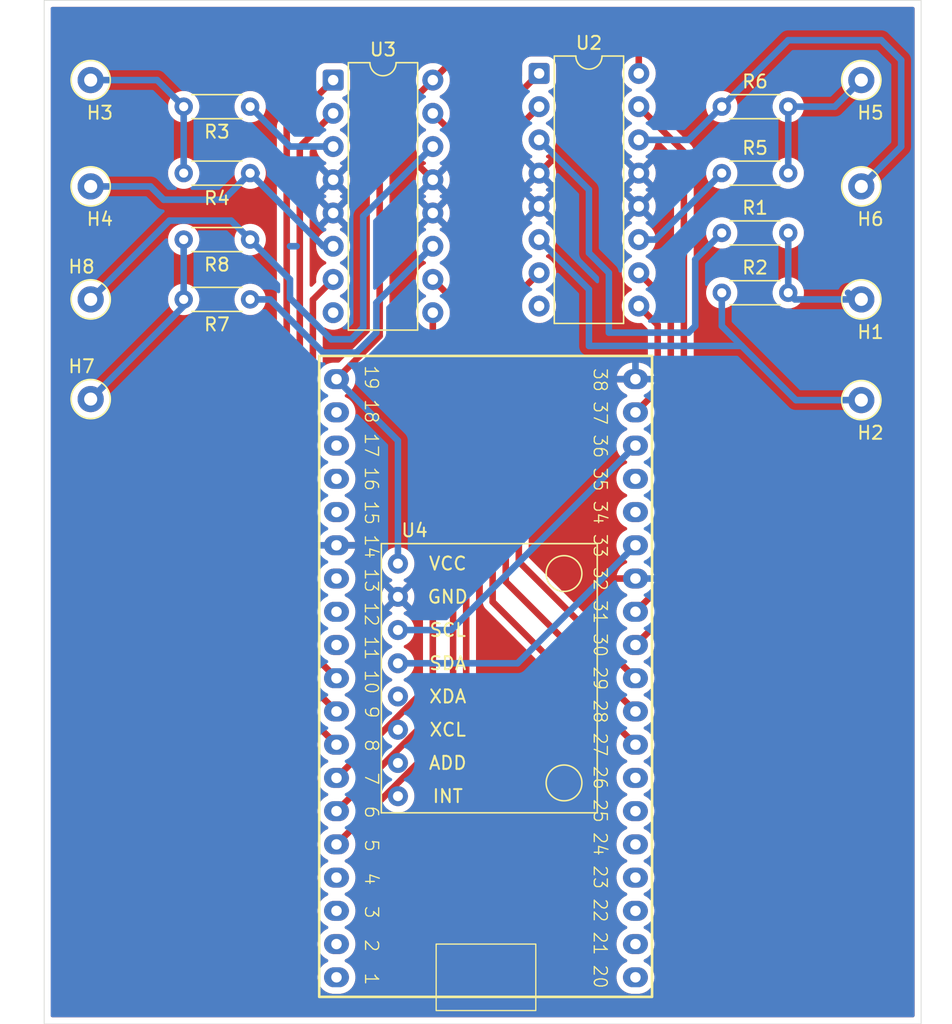
<source format=kicad_pcb>
(kicad_pcb (version 20241229) (generator "pcbnew") (generator_version "9.0")
  (layers (0 "F.Cu" signal) (2 "B.Cu" signal) (13 "F.Paste" user) (15 "B.Paste" user) (5 "F.SilkS" user "F.Silkscreen") (7 "B.SilkS" user "B.Silkscreen") (1 "F.Mask" user) (3 "B.Mask" user) (25 "Edge.Cuts" user))
  (net 0 "")
  (net 3 "Earth")
  (net 7 "Net-(U1-GPIO5)")
  (net 8 "Net-(U1-GPIO19)")
  (net 10 "Net-(U1-GPIO18)")
  (net 13 "Net-(U1-GPIO23)")
  (net 18 "Net-(U1-GPIO17)")
  (net 21 "Net-(U1-GPIO22)")
  (net 24 "Net-(U1-GPIO21)")
  (net 29 "Net-(U1-GPIO16)")
  (net 31 "-8V")
  (net 32 "Net-(H1-Pad1)")
  (net 33 "Net-(U2-2Y)")
  (net 34 "Net-(H3-Pad1)")
  (net 35 "Net-(U3-2Y)")
  (net 36 "Net-(H5-Pad1)")
  (net 37 "Net-(U2-4Y)")
  (net 38 "Net-(H7-Pad1)")
  (net 39 "Net-(U3-4Y)")
  (net 40 "Net-(U2-1Y)")
  (net 41 "Net-(U1-VDET_2{slash}GPIO35{slash}ADC1_CH7)")
  (net 42 "Net-(U1-32K_XP{slash}GPIO32{slash}ADC1_CH4)")
  (net 43 "Net-(U1-VDET_1{slash}GPIO34{slash}ADC1_CH6)")
  (net 44 "Net-(U1-DAC_2{slash}ADC2_CH9{slash}GPIO26)")
  (net 45 "Net-(U1-32K_XN{slash}GPIO33{slash}ADC1_CH5)")
  (net 46 "Net-(U1-DAC_1{slash}ADC2_CH8{slash}GPIO25)")
  (net 47 "Net-(U3-1Y)")
  (net 48 "Net-(U2-3Y)")
  (net 49 "Net-(U3-3Y)")
  (net 53 "Net-(U1-5V)")
  (footprint "TestPoint:TestPoint_Loop_D1.80mm_Drill1.0mm_Beaded" (layer "F.Cu") (at 117.856 74.168)
    (property "Reference" "H4" (at 0.7 2.5 0) (layer "F.SilkS"))
    (property "Value" "MountingHole_Pad")
    (fp_circle (center 0 0) (end 1.5 0) (stroke (width 0.12)) (fill no) (layer "F.SilkS"))
    (pad "1" thru_hole circle (at 0 0) (size 2 2) (drill 1) (layers "*.Cu" "*.Mask") (net 35 "Net-(U3-2Y)"))
  )
  (footprint "Resistor_THT:R_Axial_DIN0204_L3.6mm_D1.6mm_P5.08mm_Horizontal" (layer "F.Cu") (at 130.048 68.072 180)
    (property "Reference" "R3" (at 2.54 -1.92 0) (layer "F.SilkS"))
    (property "Value" "R")
    (fp_line (start 0.62 0.92) (end 4.46 0.92) (stroke (width 0.12)) (layer "F.SilkS"))
    (fp_line (start 0.62 -0.92) (end 4.46 -0.92) (stroke (width 0.12)) (layer "F.SilkS"))
    (pad "1" thru_hole circle (at 0 0 180) (size 1.4 1.4) (drill 0.7) (layers "*.Cu" "*.Mask") (net 47 "Net-(U3-1Y)"))
    (pad "2" thru_hole oval (at 5.08 0 180) (size 1.4 1.4) (drill 0.7) (layers "*.Cu" "*.Mask") (net 34 "Net-(H3-Pad1)"))
  )
  (footprint "Resistor_THT:R_Axial_DIN0204_L3.6mm_D1.6mm_P5.08mm_Horizontal" (layer "F.Cu") (at 166.116 68.072)
    (property "Reference" "R6" (at 2.54 -1.92 0) (layer "F.SilkS"))
    (property "Value" "R" (at 2.54 1.92 0) (layer "F.Cu"))
    (fp_line (start 0.62 -0.92) (end 4.46 -0.92) (stroke (width 0.12)) (layer "F.SilkS"))
    (fp_line (start 0.62 0.92) (end 4.46 0.92) (stroke (width 0.12)) (layer "F.SilkS"))
    (pad "1" thru_hole circle (at 0 0) (size 1.4 1.4) (drill 0.7) (layers "*.Cu" "*.Mask") (net 37 "Net-(U2-4Y)"))
    (pad "2" thru_hole oval (at 5.08 0) (size 1.4 1.4) (drill 0.7) (layers "*.Cu" "*.Mask") (net 36 "Net-(H5-Pad1)"))
  )
  (footprint "TestPoint:TestPoint_Loop_D1.80mm_Drill1.0mm_Beaded" (layer "F.Cu") (at 176.784 82.804)
    (property "Reference" "H1" (at 0.7 2.5 0) (layer "F.SilkS"))
    (property "Value" "MountingHole_Pad")
    (fp_circle (center 0 0) (end 1.5 0) (stroke (width 0.12)) (fill no) (layer "F.SilkS"))
    (pad "1" thru_hole circle (at 0 0) (size 2 2) (drill 1) (layers "*.Cu" "*.Mask") (net 32 "Net-(H1-Pad1)"))
  )
  (footprint "Resistor_THT:R_Axial_DIN0204_L3.6mm_D1.6mm_P5.08mm_Horizontal" (layer "F.Cu") (at 166.116 82.296)
    (property "Reference" "R2" (at 2.54 -1.92 0) (layer "F.SilkS"))
    (property "Value" "1K")
    (fp_line (start 0.62 -0.92) (end 4.46 -0.92) (stroke (width 0.12)) (layer "F.SilkS"))
    (fp_line (start 0.62 0.92) (end 4.46 0.92) (stroke (width 0.12)) (layer "F.SilkS"))
    (pad "1" thru_hole circle (at 0 0) (size 1.4 1.4) (drill 0.7) (layers "*.Cu" "*.Mask") (net 33 "Net-(U2-2Y)"))
    (pad "2" thru_hole oval (at 5.08 0) (size 1.4 1.4) (drill 0.7) (layers "*.Cu" "*.Mask") (net 32 "Net-(H1-Pad1)"))
  )
  (footprint "Resistor_THT:R_Axial_DIN0204_L3.6mm_D1.6mm_P5.08mm_Horizontal" (layer "F.Cu") (at 166.116 77.724)
    (property "Reference" "R1" (at 2.54 -1.92 0) (layer "F.SilkS"))
    (property "Value" "2K")
    (fp_line (start 0.62 -0.92) (end 4.46 -0.92) (stroke (width 0.12)) (layer "F.SilkS"))
    (fp_line (start 0.62 0.92) (end 4.46 0.92) (stroke (width 0.12)) (layer "F.SilkS"))
    (pad "1" thru_hole circle (at 0 0) (size 1.4 1.4) (drill 0.7) (layers "*.Cu" "*.Mask") (net 40 "Net-(U2-1Y)"))
    (pad "2" thru_hole oval (at 5.08 0) (size 1.4 1.4) (drill 0.7) (layers "*.Cu" "*.Mask") (net 32 "Net-(H1-Pad1)"))
  )
  (footprint "Package_DIP:DIP-16_W7.62mm" (layer "F.Cu") (at 152.146 65.532)
    (property "Reference" "U2" (at 3.81 -2.33 0) (layer "F.SilkS"))
    (property "Value" "L293D")
    (fp_line (start 1.16 -1.33) (end 1.16 19.11) (stroke (width 0.12)) (layer "F.SilkS"))
    (fp_line (start 1.16 19.11) (end 6.46 19.11) (stroke (width 0.12)) (layer "F.SilkS"))
    (fp_line (start 2.81 -1.33) (end 1.16 -1.33) (stroke (width 0.12)) (layer "F.SilkS"))
    (fp_line (start 6.46 -1.33) (end 4.81 -1.33) (stroke (width 0.12)) (layer "F.SilkS"))
    (fp_line (start 6.46 19.11) (end 6.46 -1.33) (stroke (width 0.12)) (layer "F.SilkS"))
    (fp_arc (start 4.81 -1.33) (mid 3.81 -0.33) (end 2.81 -1.33) (stroke (width 0.12)) (layer "F.SilkS"))
    (pad "1" thru_hole roundrect (at 0 0) (size 1.6 1.6) (drill 0.8) (layers "*.Cu" "*.Mask") (roundrect_rratio 0.15625) (net 29 "Net-(U1-GPIO16)"))
    (pad "2" thru_hole circle (at 0 2.54) (size 1.6 1.6) (drill 0.8) (layers "*.Cu" "*.Mask") (net 18 "Net-(U1-GPIO17)"))
    (pad "3" thru_hole circle (at 0 5.08) (size 1.6 1.6) (drill 0.8) (layers "*.Cu" "*.Mask") (net 40 "Net-(U2-1Y)"))
    (pad "4" thru_hole circle (at 0 7.62) (size 1.6 1.6) (drill 0.8) (layers "*.Cu" "*.Mask") (net 3 "Earth"))
    (pad "5" thru_hole circle (at 0 10.16) (size 1.6 1.6) (drill 0.8) (layers "*.Cu" "*.Mask") (net 3 "Earth"))
    (pad "6" thru_hole circle (at 0 12.7) (size 1.6 1.6) (drill 0.8) (layers "*.Cu" "*.Mask") (net 33 "Net-(U2-2Y)"))
    (pad "7" thru_hole circle (at 0 15.24) (size 1.6 1.6) (drill 0.8) (layers "*.Cu" "*.Mask") (net 7 "Net-(U1-GPIO5)"))
    (pad "8" thru_hole circle (at 0 17.78) (size 1.6 1.6) (drill 0.8) (layers "*.Cu" "*.Mask") (net 31 "-8V"))
    (pad "9" thru_hole circle (at 7.62 17.78) (size 1.6 1.6) (drill 0.8) (layers "*.Cu" "*.Mask") (net 13 "Net-(U1-GPIO23)"))
    (pad "10" thru_hole circle (at 7.62 15.24) (size 1.6 1.6) (drill 0.8) (layers "*.Cu" "*.Mask") (net 8 "Net-(U1-GPIO19)"))
    (pad "11" thru_hole circle (at 7.62 12.7) (size 1.6 1.6) (drill 0.8) (layers "*.Cu" "*.Mask") (net 48 "Net-(U2-3Y)"))
    (pad "12" thru_hole circle (at 7.62 10.16) (size 1.6 1.6) (drill 0.8) (layers "*.Cu" "*.Mask") (net 3 "Earth"))
    (pad "13" thru_hole circle (at 7.62 7.62) (size 1.6 1.6) (drill 0.8) (layers "*.Cu" "*.Mask") (net 3 "Earth"))
    (pad "14" thru_hole circle (at 7.62 5.08) (size 1.6 1.6) (drill 0.8) (layers "*.Cu" "*.Mask") (net 37 "Net-(U2-4Y)"))
    (pad "15" thru_hole circle (at 7.62 2.54) (size 1.6 1.6) (drill 0.8) (layers "*.Cu" "*.Mask") (net 10 "Net-(U1-GPIO18)"))
    (pad "16" thru_hole circle (at 7.62 0) (size 1.6 1.6) (drill 0.8) (layers "*.Cu" "*.Mask") (net 53 "Net-(U1-5V)"))
  )
  (footprint "TestPoint:TestPoint_Loop_D1.80mm_Drill1.0mm_Beaded" (layer "F.Cu") (at 176.784 74.168)
    (property "Reference" "H6" (at 0.7 2.5 0) (layer "F.SilkS"))
    (property "Value" "MountingHole_Pad")
    (fp_circle (center 0 0) (end 1.5 0) (stroke (width 0.12)) (fill no) (layer "F.SilkS"))
    (pad "1" thru_hole circle (at 0 0) (size 2 2) (drill 1) (layers "*.Cu" "*.Mask") (net 37 "Net-(U2-4Y)"))
  )
  (footprint "TestPoint:TestPoint_Loop_D1.80mm_Drill1.0mm_Beaded" (layer "F.Cu") (at 176.784 66.04)
    (property "Reference" "H5" (at 0.7 2.5 0) (layer "F.SilkS"))
    (property "Value" "MountingHole_Pad" (hide yes))
    (fp_circle (center 0 0) (end 1.5 0) (stroke (width 0.12)) (fill no) (layer "F.SilkS"))
    (pad "1" thru_hole circle (at 0 0) (size 2 2) (drill 1) (layers "*.Cu" "*.Mask") (net 36 "Net-(H5-Pad1)"))
  )
  (footprint "Resistor_THT:R_Axial_DIN0204_L3.6mm_D1.6mm_P5.08mm_Horizontal" (layer "F.Cu") (at 166.116 73.152)
    (property "Reference" "R5" (at 2.54 -1.92 0) (layer "F.SilkS"))
    (property "Value" "R")
    (fp_line (start 0.62 -0.92) (end 4.46 -0.92) (stroke (width 0.12)) (layer "F.SilkS"))
    (fp_line (start 0.62 0.92) (end 4.46 0.92) (stroke (width 0.12)) (layer "F.SilkS"))
    (pad "1" thru_hole circle (at 0 0) (size 1.4 1.4) (drill 0.7) (layers "*.Cu" "*.Mask") (net 48 "Net-(U2-3Y)"))
    (pad "2" thru_hole oval (at 5.08 0) (size 1.4 1.4) (drill 0.7) (layers "*.Cu" "*.Mask") (net 36 "Net-(H5-Pad1)"))
  )
  (footprint "Resistor_THT:R_Axial_DIN0204_L3.6mm_D1.6mm_P5.08mm_Horizontal" (layer "F.Cu") (at 130.048 73.152 180)
    (property "Reference" "R4" (at 2.54 -1.92 0) (layer "F.SilkS"))
    (property "Value" "R")
    (fp_line (start 0.62 0.92) (end 4.46 0.92) (stroke (width 0.12)) (layer "F.SilkS"))
    (fp_line (start 0.62 -0.92) (end 4.46 -0.92) (stroke (width 0.12)) (layer "F.SilkS"))
    (pad "1" thru_hole circle (at 0 0 180) (size 1.4 1.4) (drill 0.7) (layers "*.Cu" "*.Mask") (net 35 "Net-(U3-2Y)"))
    (pad "2" thru_hole oval (at 5.08 0 180) (size 1.4 1.4) (drill 0.7) (layers "*.Cu" "*.Mask") (net 34 "Net-(H3-Pad1)"))
  )
  (footprint "TestPoint:TestPoint_Loop_D1.80mm_Drill1.0mm_Beaded" (layer "F.Cu") (at 117.856 82.804 180)
    (property "Reference" "H8" (at 0.7 2.5 0) (layer "F.SilkS"))
    (property "Value" "MountingHole_Pad")
    (fp_circle (center 0 0) (end 1.5 0) (stroke (width 0.12)) (fill no) (layer "F.SilkS"))
    (pad "1" thru_hole circle (at 0 0 180) (size 2 2) (drill 1) (layers "*.Cu" "*.Mask") (net 39 "Net-(U3-4Y)"))
  )
  (footprint "Resistor_THT:R_Axial_DIN0204_L3.6mm_D1.6mm_P5.08mm_Horizontal" (layer "F.Cu") (at 130.048 82.804 180)
    (property "Reference" "R7" (at 2.54 -1.92 0) (layer "F.SilkS"))
    (property "Value" "R")
    (fp_line (start 0.62 0.92) (end 4.46 0.92) (stroke (width 0.12)) (layer "F.SilkS"))
    (fp_line (start 0.62 -0.92) (end 4.46 -0.92) (stroke (width 0.12)) (layer "F.SilkS"))
    (pad "1" thru_hole circle (at 0 0 180) (size 1.4 1.4) (drill 0.7) (layers "*.Cu" "*.Mask") (net 49 "Net-(U3-3Y)"))
    (pad "2" thru_hole oval (at 5.08 0 180) (size 1.4 1.4) (drill 0.7) (layers "*.Cu" "*.Mask") (net 38 "Net-(H7-Pad1)"))
  )
  (footprint "Resistor_THT:R_Axial_DIN0204_L3.6mm_D1.6mm_P5.08mm_Horizontal" (layer "F.Cu") (at 130.048 78.232 180)
    (property "Reference" "R8" (at 2.54 -1.92 0) (layer "F.SilkS"))
    (property "Value" "R")
    (fp_line (start 0.62 0.92) (end 4.46 0.92) (stroke (width 0.12)) (layer "F.SilkS"))
    (fp_line (start 0.62 -0.92) (end 4.46 -0.92) (stroke (width 0.12)) (layer "F.SilkS"))
    (pad "1" thru_hole circle (at 0 0 180) (size 1.4 1.4) (drill 0.7) (layers "*.Cu" "*.Mask") (net 39 "Net-(U3-4Y)"))
    (pad "2" thru_hole oval (at 5.08 0 180) (size 1.4 1.4) (drill 0.7) (layers "*.Cu" "*.Mask") (net 38 "Net-(H7-Pad1)"))
  )
  (footprint "Package_DIP:DIP-16_W7.62mm" (layer "F.Cu") (at 136.398 66.04)
    (property "Reference" "U3" (at 3.81 -2.33 0) (layer "F.SilkS"))
    (property "Value" "L293D")
    (fp_line (start 1.16 -1.33) (end 1.16 19.11) (stroke (width 0.12)) (layer "F.SilkS"))
    (fp_line (start 1.16 19.11) (end 6.46 19.11) (stroke (width 0.12)) (layer "F.SilkS"))
    (fp_line (start 2.81 -1.33) (end 1.16 -1.33) (stroke (width 0.12)) (layer "F.SilkS"))
    (fp_line (start 6.46 -1.33) (end 4.81 -1.33) (stroke (width 0.12)) (layer "F.SilkS"))
    (fp_line (start 6.46 19.11) (end 6.46 -1.33) (stroke (width 0.12)) (layer "F.SilkS"))
    (fp_arc (start 4.81 -1.33) (mid 3.81 -0.33) (end 2.81 -1.33) (stroke (width 0.12)) (layer "F.SilkS"))
    (pad "1" thru_hole roundrect (at 0 0) (size 1.6 1.6) (drill 0.8) (layers "*.Cu" "*.Mask") (roundrect_rratio 0.15625) (net 45 "Net-(U1-32K_XN{slash}GPIO33{slash}ADC1_CH5)"))
    (pad "2" thru_hole circle (at 0 2.54) (size 1.6 1.6) (drill 0.8) (layers "*.Cu" "*.Mask") (net 46 "Net-(U1-DAC_1{slash}ADC2_CH8{slash}GPIO25)"))
    (pad "3" thru_hole circle (at 0 5.08) (size 1.6 1.6) (drill 0.8) (layers "*.Cu" "*.Mask") (net 47 "Net-(U3-1Y)"))
    (pad "4" thru_hole circle (at 0 7.62) (size 1.6 1.6) (drill 0.8) (layers "*.Cu" "*.Mask") (net 3 "Earth"))
    (pad "5" thru_hole circle (at 0 10.16) (size 1.6 1.6) (drill 0.8) (layers "*.Cu" "*.Mask") (net 3 "Earth"))
    (pad "6" thru_hole circle (at 0 12.7) (size 1.6 1.6) (drill 0.8) (layers "*.Cu" "*.Mask") (net 35 "Net-(U3-2Y)"))
    (pad "7" thru_hole circle (at 0 15.24) (size 1.6 1.6) (drill 0.8) (layers "*.Cu" "*.Mask") (net 44 "Net-(U1-DAC_2{slash}ADC2_CH9{slash}GPIO26)"))
    (pad "8" thru_hole circle (at 0 17.78) (size 1.6 1.6) (drill 0.8) (layers "*.Cu" "*.Mask") (net 31 "-8V"))
    (pad "9" thru_hole circle (at 7.62 17.78) (size 1.6 1.6) (drill 0.8) (layers "*.Cu" "*.Mask") (net 42 "Net-(U1-32K_XP{slash}GPIO32{slash}ADC1_CH4)"))
    (pad "10" thru_hole circle (at 7.62 15.24) (size 1.6 1.6) (drill 0.8) (layers "*.Cu" "*.Mask") (net 41 "Net-(U1-VDET_2{slash}GPIO35{slash}ADC1_CH7)"))
    (pad "11" thru_hole circle (at 7.62 12.7) (size 1.6 1.6) (drill 0.8) (layers "*.Cu" "*.Mask") (net 49 "Net-(U3-3Y)"))
    (pad "12" thru_hole circle (at 7.62 10.16) (size 1.6 1.6) (drill 0.8) (layers "*.Cu" "*.Mask") (net 3 "Earth"))
    (pad "13" thru_hole circle (at 7.62 7.62) (size 1.6 1.6) (drill 0.8) (layers "*.Cu" "*.Mask") (net 3 "Earth"))
    (pad "14" thru_hole circle (at 7.62 5.08) (size 1.6 1.6) (drill 0.8) (layers "*.Cu" "*.Mask") (net 39 "Net-(U3-4Y)"))
    (pad "15" thru_hole circle (at 7.62 2.54) (size 1.6 1.6) (drill 0.8) (layers "*.Cu" "*.Mask") (net 43 "Net-(U1-VDET_1{slash}GPIO34{slash}ADC1_CH6)"))
    (pad "16" thru_hole circle (at 7.62 0) (size 1.6 1.6) (drill 0.8) (layers "*.Cu" "*.Mask") (net 53 "Net-(U1-5V)"))
  )
  (footprint "usini_sensors:module_mpu6050" (layer "F.Cu") (at 141.351 120.777)
    (property "Reference" "U4" (at 1.27 -20.32 0) (layer "F.SilkS"))
    (property "Value" "MPU-6050")
    (fp_line (start -1.27 -19.304) (end 15.24 -19.304) (stroke (width 0.12)) (layer "F.SilkS"))
    (fp_line (start -1.27 1.27) (end -1.27 -19.304) (stroke (width 0.12)) (layer "F.SilkS"))
    (fp_line (start 15.24 -19.304) (end 15.24 1.27) (stroke (width 0.12)) (layer "F.SilkS"))
    (fp_line (start 15.24 1.27) (end -1.27 1.27) (stroke (width 0.12)) (layer "F.SilkS"))
    (fp_circle (center 12.7 -17.018) (end 13.208 -15.748) (stroke (width 0.12)) (fill no) (layer "F.SilkS"))
    (fp_circle (center 12.7 -1.016) (end 13.208 0.254) (stroke (width 0.12)) (fill no) (layer "F.SilkS"))
    (fp_text user "SCL" (at 3.81 -12.7 0) (layer "F.SilkS"))
    (fp_text user "GND" (at 3.81 -15.24 0) (layer "F.SilkS"))
    (fp_text user "INT" (at 3.81 0 0) (layer "F.SilkS"))
    (fp_text user "XCL" (at 3.81 -5.08 0) (layer "F.SilkS"))
    (fp_text user "SDA" (at 3.81 -10.16 0) (layer "F.SilkS"))
    (fp_text user "ADD" (at 3.81 -2.54 0) (layer "F.SilkS"))
    (fp_text user "VCC" (at 3.81 -17.78 0) (layer "F.SilkS"))
    (fp_text user "XDA" (at 3.81 -7.62 0) (layer "F.SilkS"))
    (pad "1" thru_hole circle (at 0 -17.78) (size 1.524 1.524) (drill 0.762) (layers "*.Cu" "*.Mask") (net 53 "Net-(U1-5V)"))
    (pad "2" thru_hole circle (at 0 -15.24) (size 1.524 1.524) (drill 0.762) (layers "*.Cu" "*.Mask") (net 3 "Earth"))
    (pad "3" thru_hole circle (at 0 -12.7) (size 1.524 1.524) (drill 0.762) (layers "*.Cu" "*.Mask") (net 21 "Net-(U1-GPIO22)"))
    (pad "4" thru_hole circle (at 0 -10.16) (size 1.524 1.524) (drill 0.762) (layers "*.Cu" "*.Mask") (net 24 "Net-(U1-GPIO21)"))
    (pad "5" thru_hole circle (at 0 -7.62) (size 1.524 1.524) (drill 0.762) (layers "*.Cu" "*.Mask"))
    (pad "6" thru_hole circle (at 0 -5.08) (size 1.524 1.524) (drill 0.762) (layers "*.Cu" "*.Mask"))
    (pad "7" thru_hole circle (at 0 -2.54) (size 1.524 1.524) (drill 0.762) (layers "*.Cu" "*.Mask"))
    (pad "8" thru_hole circle (at 0 0) (size 1.524 1.524) (drill 0.762) (layers "*.Cu" "*.Mask"))
  )
  (footprint "TestPoint:TestPoint_Loop_D1.80mm_Drill1.0mm_Beaded" (layer "F.Cu") (at 176.784 90.502)
    (property "Reference" "H2" (at 0.7 2.5 0) (layer "F.SilkS"))
    (property "Value" "MountingHole_Pad")
    (fp_circle (center 0 0) (end 1.5 0) (stroke (width 0.12)) (fill no) (layer "F.SilkS"))
    (pad "1" thru_hole circle (at 0 0) (size 2 2) (drill 1) (layers "*.Cu" "*.Mask") (net 33 "Net-(U2-2Y)"))
  )
  (footprint "TestPoint:TestPoint_Loop_D1.80mm_Drill1.0mm_Beaded" (layer "F.Cu") (at 117.856 66.04)
    (property "Reference" "H3" (at 0.7 2.5 0) (layer "F.SilkS"))
    (property "Value" "MountingHole_Pad")
    (fp_circle (center 0 0) (end 1.5 0) (stroke (width 0.12)) (fill no) (layer "F.SilkS"))
    (pad "1" thru_hole circle (at 0 0) (size 2 2) (drill 1) (layers "*.Cu" "*.Mask") (net 34 "Net-(H3-Pad1)"))
  )
  (footprint "ESP32_Footprints:ESP32_38pin" (layer "F.Cu") (at 148.082 111.76 -90)
    (property "Reference" "U1" (hide yes))
    (property "Value" "ESP32-DevKitC")
    (fp_rect (start 20.32 -3.81) (end 25.4 3.81) (stroke (width 0.1)) (fill no) (layer "F.SilkS"))
    (fp_rect (start -24.635115 -12.7) (end 24.356187 12.751297) (stroke (width 0.2)) (fill no) (layer "F.SilkS"))
    (fp_text user "19 18 17 16 15 14 13 12 11 10" (at -23.986738 9.343109 270) (layer "F.SilkS") (effects (font (size 1 0.97) (thickness 0.1)) (justify left bottom)))
    (fp_text user "38 37 36 35 34 33 32 31 30 29 28 27 26 25 24 23 22 21 20" (at -23.767942 -8.154289 270) (layer "F.SilkS") (effects (font (size 1 0.95) (thickness 0.1)) (justify left bottom)))
    (fp_text user "  9  8  7  6  5  4  3  2  1" (at 0.457924 9.331599 270) (layer "F.SilkS") (effects (font (size 1 1.03) (thickness 0.1)) (justify left bottom)))
    (pad "1" thru_hole oval (at 22.86 11.43 270) (size 1.524 1.9) (drill 0.8) (layers "*.Cu" "*.Mask"))
    (pad "2" thru_hole oval (at 20.32 11.43 270) (size 1.524 1.9) (drill 0.8) (layers "*.Cu" "*.Mask"))
    (pad "3" thru_hole oval (at 17.78 11.43 270) (size 1.524 1.9) (drill 0.8) (layers "*.Cu" "*.Mask"))
    (pad "4" thru_hole oval (at 15.24 11.43 270) (size 1.524 1.9) (drill 0.8) (layers "*.Cu" "*.Mask"))
    (pad "5" thru_hole oval (at 12.7 11.43 270) (size 1.524 1.9) (drill 0.8) (layers "*.Cu" "*.Mask") (net 43 "Net-(U1-VDET_1{slash}GPIO34{slash}ADC1_CH6)"))
    (pad "6" thru_hole oval (at 10.16 11.43 270) (size 1.524 1.9) (drill 0.8) (layers "*.Cu" "*.Mask") (net 41 "Net-(U1-VDET_2{slash}GPIO35{slash}ADC1_CH7)"))
    (pad "7" thru_hole oval (at 7.62 11.43 270) (size 1.524 1.9) (drill 0.8) (layers "*.Cu" "*.Mask") (net 42 "Net-(U1-32K_XP{slash}GPIO32{slash}ADC1_CH4)"))
    (pad "8" thru_hole oval (at 5.08 11.43 270) (size 1.524 1.9) (drill 0.8) (layers "*.Cu" "*.Mask") (net 45 "Net-(U1-32K_XN{slash}GPIO33{slash}ADC1_CH5)"))
    (pad "9" thru_hole oval (at 2.54 11.43 270) (size 1.524 1.9) (drill 0.8) (layers "*.Cu" "*.Mask") (net 46 "Net-(U1-DAC_1{slash}ADC2_CH8{slash}GPIO25)"))
    (pad "10" thru_hole oval (at 0 11.43 270) (size 1.524 1.9) (drill 0.8) (layers "*.Cu" "*.Mask") (net 44 "Net-(U1-DAC_2{slash}ADC2_CH9{slash}GPIO26)"))
    (pad "11" thru_hole oval (at -2.54 11.43 270) (size 1.524 1.9) (drill 0.8) (layers "*.Cu" "*.Mask"))
    (pad "12" thru_hole oval (at -5.08 11.43 270) (size 1.524 1.9) (drill 0.8) (layers "*.Cu" "*.Mask"))
    (pad "13" thru_hole oval (at -7.62 11.43 270) (size 1.524 1.9) (drill 0.8) (layers "*.Cu" "*.Mask"))
    (pad "14" thru_hole oval (at -10.16 11.43 270) (size 1.524 1.9) (drill 0.8) (layers "*.Cu" "*.Mask") (net 3 "Earth"))
    (pad "15" thru_hole oval (at -12.7 11.43 270) (size 1.524 1.9) (drill 0.8) (layers "*.Cu" "*.Mask"))
    (pad "16" thru_hole oval (at -15.24 11.43 270) (size 1.524 1.9) (drill 0.8) (layers "*.Cu" "*.Mask"))
    (pad "17" thru_hole oval (at -17.78 11.43 270) (size 1.524 1.9) (drill 0.8) (layers "*.Cu" "*.Mask"))
    (pad "18" thru_hole oval (at -20.32 11.43 270) (size 1.524 1.9) (drill 0.8) (layers "*.Cu" "*.Mask"))
    (pad "19" thru_hole oval (at -22.86 11.43 270) (size 1.524 1.9) (drill 0.8) (layers "*.Cu" "*.Mask") (net 53 "Net-(U1-5V)"))
    (pad "20" thru_hole oval (at 22.86 -11.43 270) (size 1.524 1.9) (drill 0.8) (layers "*.Cu" "*.Mask"))
    (pad "21" thru_hole oval (at 20.32 -11.43 270) (size 1.524 1.9) (drill 0.8) (layers "*.Cu" "*.Mask"))
    (pad "22" thru_hole oval (at 17.78 -11.43 270) (size 1.524 1.9) (drill 0.8) (layers "*.Cu" "*.Mask"))
    (pad "23" thru_hole oval (at 15.24 -11.43 270) (size 1.524 1.9) (drill 0.8) (layers "*.Cu" "*.Mask"))
    (pad "24" thru_hole oval (at 12.7 -11.43 270) (size 1.524 1.9) (drill 0.8) (layers "*.Cu" "*.Mask"))
    (pad "25" thru_hole oval (at 10.16 -11.43 270) (size 1.524 1.9) (drill 0.8) (layers "*.Cu" "*.Mask"))
    (pad "26" thru_hole oval (at 7.62 -11.43 270) (size 1.524 1.9) (drill 0.8) (layers "*.Cu" "*.Mask"))
    (pad "27" thru_hole oval (at 5.08 -11.43 270) (size 1.524 1.9) (drill 0.8) (layers "*.Cu" "*.Mask") (net 29 "Net-(U1-GPIO16)"))
    (pad "28" thru_hole oval (at 2.54 -11.43 270) (size 1.524 1.9) (drill 0.8) (layers "*.Cu" "*.Mask") (net 18 "Net-(U1-GPIO17)"))
    (pad "29" thru_hole oval (at 0 -11.43 270) (size 1.524 1.9) (drill 0.8) (layers "*.Cu" "*.Mask") (net 7 "Net-(U1-GPIO5)"))
    (pad "30" thru_hole oval (at -2.54 -11.43 270) (size 1.524 1.9) (drill 0.8) (layers "*.Cu" "*.Mask") (net 10 "Net-(U1-GPIO18)"))
    (pad "31" thru_hole oval (at -5.08 -11.43 270) (size 1.524 1.9) (drill 0.8) (layers "*.Cu" "*.Mask") (net 8 "Net-(U1-GPIO19)"))
    (pad "32" thru_hole oval (at -7.62 -11.43 270) (size 1.524 1.9) (drill 0.8) (layers "*.Cu" "*.Mask") (net 3 "Earth"))
    (pad "33" thru_hole oval (at -10.16 -11.43 270) (size 1.524 1.9) (drill 0.8) (layers "*.Cu" "*.Mask") (net 24 "Net-(U1-GPIO21)"))
    (pad "34" thru_hole oval (at -12.7 -11.43 270) (size 1.524 1.9) (drill 0.8) (layers "*.Cu" "*.Mask"))
    (pad "35" thru_hole oval (at -15.24 -11.43 270) (size 1.524 1.9) (drill 0.8) (layers "*.Cu" "*.Mask"))
    (pad "36" thru_hole oval (at -17.78 -11.43 270) (size 1.524 1.9) (drill 0.8) (layers "*.Cu" "*.Mask") (net 21 "Net-(U1-GPIO22)"))
    (pad "37" thru_hole oval (at -20.32 -11.43 270) (size 1.524 1.9) (drill 0.8) (layers "*.Cu" "*.Mask") (net 13 "Net-(U1-GPIO23)"))
    (pad "38" thru_hole oval (at -22.86 -11.43 270) (size 1.524 1.9) (drill 0.8) (layers "*.Cu" "*.Mask") (net 3 "Earth"))
  )
  (footprint "TestPoint:TestPoint_Loop_D1.80mm_Drill1.0mm_Beaded" (layer "F.Cu") (at 117.856 90.424 180)
    (property "Reference" "H7" (at 0.7 2.5 0) (layer "F.SilkS"))
    (property "Value" "MountingHole_Pad")
    (fp_circle (center 0 0) (end 1.5 0) (stroke (width 0.12)) (fill no) (layer "F.SilkS"))
    (pad "1" thru_hole circle (at 0 0 180) (size 2 2) (drill 1) (layers "*.Cu" "*.Mask") (net 38 "Net-(H7-Pad1)"))
  )
  (gr_rect (start 114.3 59.944) (end 181.356 138.176) (stroke (width 0.05)) (fill no) (layer "Edge.Cuts"))
  (segment (start 150.595 82.323) (end 150.595 102.843) (width 0.5) (layer "F.Cu") (net 7))
  (segment (start 152.146 80.772) (end 150.595 82.323) (width 0.5) (layer "F.Cu") (net 7))
  (segment (start 150.595 102.843) (end 159.512 111.76) (width 0.5) (layer "F.Cu") (net 7))
  (segment (start 162.214 103.978) (end 159.512 106.68) (width 0.5) (layer "F.Cu") (net 8))
  (segment (start 159.766 80.772) (end 162.214 83.22) (width 0.5) (layer "F.Cu") (net 8))
  (segment (start 162.214 83.22) (end 162.214 103.978) (width 0.5) (layer "F.Cu") (net 8))
  (segment (start 163.215 105.517) (end 159.512 109.22) (width 0.5) (layer "F.Cu") (net 10))
  (segment (start 159.766 68.072) (end 163.215 71.521) (width 0.5) (layer "F.Cu") (net 10))
  (segment (start 163.215 71.521) (end 163.215 105.517) (width 0.5) (layer "F.Cu") (net 10))
  (segment (start 161.213 84.759) (end 161.213 89.739) (width 0.5) (layer "F.Cu") (net 13))
  (segment (start 161.213 89.739) (end 159.512 91.44) (width 0.5) (layer "F.Cu") (net 13))
  (segment (start 159.766 83.312) (end 161.213 84.759) (width 0.5) (layer "F.Cu") (net 13))
  (segment (start 149.594 70.624) (end 149.594 104.382) (width 0.5) (layer "F.Cu") (net 18))
  (segment (start 152.146 68.072) (end 149.594 70.624) (width 0.5) (layer "F.Cu") (net 18))
  (segment (start 149.594 104.382) (end 159.512 114.3) (width 0.5) (layer "F.Cu") (net 18))
  (segment (start 141.351 108.077) (end 145.415 108.077) (width 0.5) (layer "B.Cu") (net 21))
  (segment (start 145.415 108.077) (end 159.512 93.98) (width 0.5) (layer "B.Cu") (net 21))
  (segment (start 141.351 110.617) (end 150.495 110.617) (width 0.5) (layer "B.Cu") (net 24))
  (segment (start 150.495 110.617) (end 159.512 101.6) (width 0.5) (layer "B.Cu") (net 24))
  (segment (start 152.146 65.532) (end 148.593 69.085) (width 0.5) (layer "F.Cu") (net 29))
  (segment (start 148.593 69.085) (end 148.593 105.921) (width 0.5) (layer "F.Cu") (net 29))
  (segment (start 148.593 105.921) (end 159.512 116.84) (width 0.5) (layer "F.Cu") (net 29))
  (segment (start 176.784 82.804) (end 171.704 82.804) (width 0.5) (layer "B.Cu") (net 32))
  (segment (start 171.196 77.724) (end 171.196 82.296) (width 0.5) (layer "B.Cu") (net 32))
  (segment (start 176.276 82.804) (end 175.768 82.296) (width 0.5) (layer "B.Cu") (net 32))
  (segment (start 176.784 82.804) (end 176.276 82.804) (width 0.5) (layer "B.Cu") (net 32))
  (segment (start 171.704 82.804) (end 171.196 82.296) (width 0.5) (layer "B.Cu") (net 32))
  (segment (start 155.956 82.042) (end 152.146 78.232) (width 0.5) (layer "B.Cu") (net 33))
  (segment (start 171.782 90.502) (end 167.64 86.36) (width 0.5) (layer "B.Cu") (net 33))
  (segment (start 166.116 84.836) (end 166.116 82.296) (width 0.5) (layer "B.Cu") (net 33))
  (segment (start 167.64 86.36) (end 155.956 86.36) (width 0.5) (layer "B.Cu") (net 33))
  (segment (start 155.956 86.36) (end 155.956 82.042) (width 0.5) (layer "B.Cu") (net 33))
  (segment (start 167.64 86.36) (end 166.116 84.836) (width 0.5) (layer "B.Cu") (net 33))
  (segment (start 176.784 90.502) (end 171.782 90.502) (width 0.5) (layer "B.Cu") (net 33))
  (segment (start 122.936 66.04) (end 124.968 68.072) (width 0.5) (layer "B.Cu") (net 34))
  (segment (start 124.968 68.072) (end 124.968 73.152) (width 0.5) (layer "B.Cu") (net 34))
  (segment (start 117.856 66.04) (end 122.936 66.04) (width 0.5) (layer "B.Cu") (net 34))
  (segment (start 135.636 78.74) (end 136.398 78.74) (width 0.5) (layer "B.Cu") (net 35))
  (segment (start 122.428 74.168) (end 123.444 75.184) (width 0.5) (layer "B.Cu") (net 35))
  (segment (start 133.096 78.74) (end 133.604 78.74) (width 0.5) (layer "B.Cu") (net 35))
  (segment (start 117.856 74.168) (end 122.428 74.168) (width 0.5) (layer "B.Cu") (net 35))
  (segment (start 130.048 73.152) (end 130.556 73.152) (width 0.5) (layer "B.Cu") (net 35))
  (segment (start 130.048 73.152) (end 135.636 78.74) (width 0.5) (layer "B.Cu") (net 35))
  (segment (start 123.444 75.184) (end 128.016 75.184) (width 0.5) (layer "B.Cu") (net 35))
  (segment (start 128.016 75.184) (end 130.048 73.152) (width 0.5) (layer "B.Cu") (net 35))
  (segment (start 174.752 68.072) (end 171.196 68.072) (width 0.5) (layer "B.Cu") (net 36))
  (segment (start 176.784 66.04) (end 174.752 68.072) (width 0.5) (layer "B.Cu") (net 36))
  (segment (start 171.196 68.072) (end 171.196 73.152) (width 0.5) (layer "B.Cu") (net 36))
  (segment (start 163.576 70.612) (end 159.766 70.612) (width 0.5) (layer "B.Cu") (net 37))
  (segment (start 178.308 62.992) (end 171.196 62.992) (width 0.5) (layer "B.Cu") (net 37))
  (segment (start 171.196 62.992) (end 166.116 68.072) (width 0.5) (layer "B.Cu") (net 37))
  (segment (start 179.832 71.12) (end 179.832 64.516) (width 0.5) (layer "B.Cu") (net 37))
  (segment (start 176.784 74.168) (end 179.832 71.12) (width 0.5) (layer "B.Cu") (net 37))
  (segment (start 179.832 64.516) (end 178.308 62.992) (width 0.5) (layer "B.Cu") (net 37))
  (segment (start 166.116 68.072) (end 163.576 70.612) (width 0.5) (layer "B.Cu") (net 37))
  (segment (start 117.856 90.424) (end 124.968 83.312) (width 0.5) (layer "B.Cu") (net 38))
  (segment (start 124.968 83.312) (end 124.968 82.804) (width 0.5) (layer "B.Cu") (net 38))
  (segment (start 124.968 78.232) (end 124.968 82.804) (width 0.5) (layer "B.Cu") (net 38))
  (segment (start 123.879 76.781) (end 128.597 76.781) (width 0.5) (layer "B.Cu") (net 39))
  (segment (start 128.597 76.781) (end 130.048 78.232) (width 0.5) (layer "B.Cu") (net 39))
  (segment (start 133.096 82.711446) (end 136.236554 85.852) (width 0.5) (layer "B.Cu") (net 39))
  (segment (start 138.699 76.439) (end 144.018 71.12) (width 0.5) (layer "B.Cu") (net 39))
  (segment (start 117.856 82.804) (end 123.879 76.781) (width 0.5) (layer "B.Cu") (net 39))
  (segment (start 130.048 78.232) (end 133.096 81.28) (width 0.5) (layer "B.Cu") (net 39))
  (segment (start 138.699 84.929372) (end 138.699 76.439) (width 0.5) (layer "B.Cu") (net 39))
  (segment (start 137.776372 85.852) (end 138.699 84.929372) (width 0.5) (layer "B.Cu") (net 39))
  (segment (start 133.096 81.28) (end 133.096 82.711446) (width 0.5) (layer "B.Cu") (net 39))
  (segment (start 136.236554 85.852) (end 137.776372 85.852) (width 0.5) (layer "B.Cu") (net 39))
  (segment (start 155.956 74.422) (end 152.146 70.612) (width 0.5) (layer "B.Cu") (net 40))
  (segment (start 163.576 85.344) (end 157.48 85.344) (width 0.5) (layer "B.Cu") (net 40))
  (segment (start 155.956 79.248) (end 155.956 74.422) (width 0.5) (layer "B.Cu") (net 40))
  (segment (start 164.084 84.836) (end 163.576 85.344) (width 0.5) (layer "B.Cu") (net 40))
  (segment (start 166.116 77.724) (end 164.084 79.756) (width 0.5) (layer "B.Cu") (net 40))
  (segment (start 157.48 80.772) (end 155.956 79.248) (width 0.5) (layer "B.Cu") (net 40))
  (segment (start 164.084 79.756) (end 164.084 84.836) (width 0.5) (layer "B.Cu") (net 40))
  (segment (start 157.48 85.344) (end 157.48 80.772) (width 0.5) (layer "B.Cu") (net 40))
  (segment (start 145.569 113.003) (end 136.652 121.92) (width 0.5) (layer "F.Cu") (net 41))
  (segment (start 145.569 82.831) (end 145.569 113.003) (width 0.5) (layer "F.Cu") (net 41))
  (segment (start 144.018 81.28) (end 145.569 82.831) (width 0.5) (layer "F.Cu") (net 41))
  (segment (start 144.018 83.82) (end 144.018 112.014) (width 0.5) (layer "F.Cu") (net 42))
  (segment (start 144.018 112.014) (end 136.652 119.38) (width 0.5) (layer "F.Cu") (net 42))
  (segment (start 146.57 114.542) (end 136.652 124.46) (width 0.5) (layer "F.Cu") (net 43))
  (segment (start 144.018 68.58) (end 146.57 71.132) (width 0.5) (layer "F.Cu") (net 43))
  (segment (start 146.57 71.132) (end 146.57 114.542) (width 0.5) (layer "F.Cu") (net 43))
  (segment (start 136.398 81.28) (end 134.847 82.831) (width 0.5) (layer "F.Cu") (net 44))
  (segment (start 134.847 82.831) (end 134.847 109.955) (width 0.5) (layer "F.Cu") (net 44))
  (segment (start 134.847 109.955) (end 136.652 111.76) (width 0.5) (layer "F.Cu") (net 44))
  (segment (start 132.845 69.593) (end 132.845 113.033) (width 0.5) (layer "F.Cu") (net 45))
  (segment (start 136.398 66.04) (end 132.845 69.593) (width 0.5) (layer "F.Cu") (net 45))
  (segment (start 132.845 113.033) (end 136.652 116.84) (width 0.5) (layer "F.Cu") (net 45))
  (segment (start 133.846 111.494) (end 136.652 114.3) (width 0.5) (layer "F.Cu") (net 46))
  (segment (start 133.846 71.132) (end 133.846 111.494) (width 0.5) (layer "F.Cu") (net 46))
  (segment (start 136.398 68.58) (end 133.846 71.132) (width 0.5) (layer "F.Cu") (net 46))
  (segment (start 130.048 68.072) (end 133.096 71.12) (width 0.5) (layer "B.Cu") (net 47))
  (segment (start 133.096 71.12) (end 136.398 71.12) (width 0.5) (layer "B.Cu") (net 47))
  (segment (start 161.036 78.232) (end 159.766 78.232) (width 0.5) (layer "B.Cu") (net 48))
  (segment (start 166.116 73.152) (end 161.036 78.232) (width 0.5) (layer "B.Cu") (net 48))
  (segment (start 139.7 85.344) (end 139.7 83.058) (width 0.5) (layer "B.Cu") (net 49))
  (segment (start 135.636 86.868) (end 138.176 86.868) (width 0.5) (layer "B.Cu") (net 49))
  (segment (start 139.7 83.058) (end 144.018 78.74) (width 0.5) (layer "B.Cu") (net 49))
  (segment (start 130.048 82.804) (end 131.572 82.804) (width 0.5) (layer "B.Cu") (net 49))
  (segment (start 138.176 86.868) (end 139.7 85.344) (width 0.5) (layer "B.Cu") (net 49))
  (segment (start 131.572 82.804) (end 135.636 86.868) (width 0.5) (layer "B.Cu") (net 49))
  (segment (start 159.766 61.976) (end 148.082 61.976) (width 0.5) (layer "F.Cu") (net 53))
  (segment (start 159.766 65.532) (end 159.766 61.976) (width 0.5) (layer "F.Cu") (net 53))
  (segment (start 144.018 66.04) (end 139.954 70.104) (width 0.5) (layer "F.Cu") (net 53))
  (segment (start 148.082 61.976) (end 144.018 66.04) (width 0.5) (layer "F.Cu") (net 53))
  (segment (start 139.954 70.104) (end 139.954 85.598) (width 0.5) (layer "F.Cu") (net 53))
  (segment (start 139.954 85.598) (end 136.652 88.9) (width 0.5) (layer "F.Cu") (net 53))
  (segment (start 141.351 102.997) (end 141.351 93.599) (width 0.5) (layer "B.Cu") (net 53))
  (segment (start 141.351 93.599) (end 136.652 88.9) (width 0.5) (layer "B.Cu") (net 53))
  (zone (net 3) (net_name "Earth") (layer "F.Cu") (priority 1) (connect_pads (clearance 0.5)) (min_thickness 0.25) (fill yes (thermal_gap 0.5) (thermal_bridge_width 0.5))
    (polygon (pts (xy 114.3 59.944) (xy 181.356 59.944) (xy 181.356 138.176) (xy 114.3 138.176)))
  )
  (zone (net 3) (net_name "Earth") (layer "B.Cu") (connect_pads (clearance 0.5)) (min_thickness 0.25) (fill yes (thermal_gap 0.5) (thermal_bridge_width 0.5))
    (polygon (pts (xy 114.3 59.944) (xy 181.356 59.944) (xy 181.356 138.176) (xy 114.3 138.176)))
  )
)
</source>
